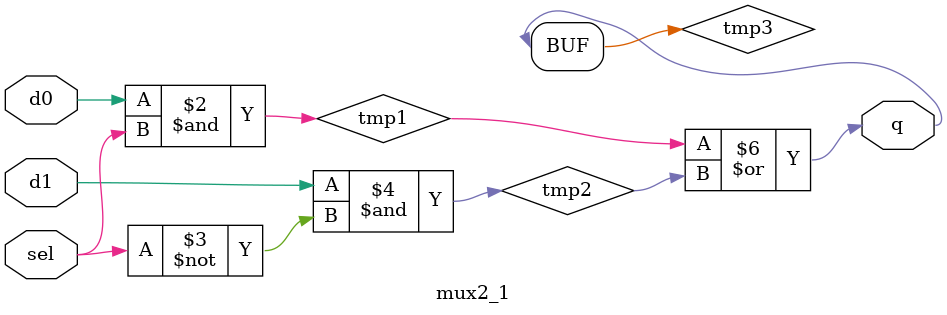
<source format=v>
module mux2_1(
    input wire d0,
    input wire d1,
    input wire sel,
    output wire q
);

    wire tmp1, tmp2, tmp3;

    always @ (*) begin
        tmp1 = d0 & sel;
        tmp2 = d1 & (~sel);
    end

    always @ (*) begin
        tmp3 = tmp1 | tmp2;
        q = tmp3;
    end

endmodule
</source>
